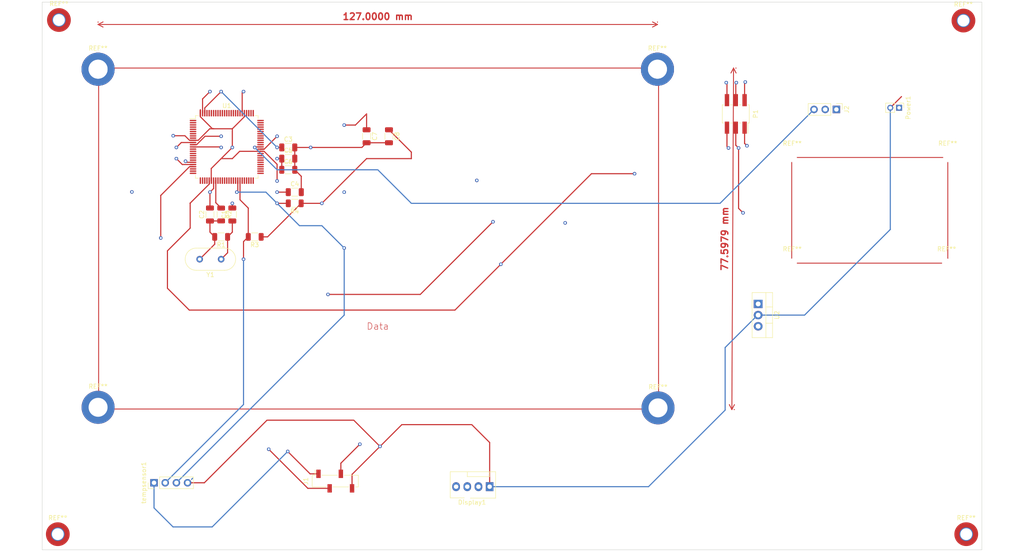
<source format=kicad_pcb>
(kicad_pcb (version 20211014) (generator pcbnew)
  (layers (0 "F.Cu" signal) (1 "In1.Cu" signal) (2 "In2.Cu" signal) (31 "B.Cu" signal) (34 "B.Paste" user) (35 "F.Paste" user) (36 "B.SilkS" user "B.Silkscreen") (37 "F.SilkS" user "F.Silkscreen") (38 "B.Mask" user) (39 "F.Mask" user) (44 "Edge.Cuts" user))
  (net 0 "")
  (net 1 "Net-(C1-Pad1)")
  (net 2 "/-V")
  (net 3 "Net-(C2-Pad1)")
  (net 4 "Net-(C3-Pad1)")
  (net 5 "/VCC")
  (net 6 "/RESET")
  (net 7 "/MISO")
  (net 8 "/SCK")
  (net 9 "/MOSI")
  (net 10 "/SDA")
  (net 11 "/SCL")
  (net 91 "Net-(C4-Pad1)")
  (net 92 "Net-(R2-Pad1)")
  (net 93 "/+V")
  (net 94 "/TX")
  (net 95 "/RX")
  (net 96 "/RX3")
  (footprint "Package_TO_SOT_THT:TO-220-3_Vertical" (layer "F.Cu") (at 223.52 88.9 -90)
    (fp_text reference "U2" (at 2.54 -4.27 90) (layer "F.SilkS"))
    (fp_text value "LM7805_TO220")
    (fp_line (start 7.66 -3.27) (end 7.66 1.371) (layer "F.SilkS") (width 0.12))
    (fp_line (start -2.58 -3.27) (end 7.66 -3.27) (layer "F.SilkS") (width 0.12))
    (fp_line (start 0.69 -3.27) (end 0.69 -1.76) (layer "F.SilkS") (width 0.12))
    (fp_line (start -2.58 -1.76) (end 7.66 -1.76) (layer "F.SilkS") (width 0.12))
    (fp_line (start -2.58 -3.27) (end -2.58 1.371) (layer "F.SilkS") (width 0.12))
    (fp_line (start 4.391 -3.27) (end 4.391 -1.76) (layer "F.SilkS") (width 0.12))
    (fp_line (start -2.58 1.371) (end 7.66 1.371) (layer "F.SilkS") (width 0.12))
    (pad "1" thru_hole rect (at 0 0 270) (size 1.905 2) (drill 1.1) (layers *.Cu *.Mask) (net 93 "/+V"))
    (pad "2" thru_hole oval (at 2.54 0 270) (size 1.905 2) (drill 1.1) (layers *.Cu *.Mask) (net 2 "/-V"))
    (pad "3" thru_hole oval (at 5.08 0 270) (size 1.905 2) (drill 1.1) (layers *.Cu *.Mask) (net 5 "/VCC"))
  )
  (footprint "MountingHole:MountingHole_2.1mm" (layer "F.Cu") (at 231.267 79.629)
    (fp_text reference "REF**" (at 0 -3.2) (layer "F.SilkS"))
    (fp_text value "MountingHole_2.1mm")
    (pad "" np_thru_hole circle (at 0 0) (size 2.1 2.1) (drill 2.1) (layers *.Cu *.Mask))
  )
  (footprint "Connector:FanPinHeader_1x04_P2.54mm_Vertical" (layer "F.Cu") (at 162.56 130.429 180)
    (fp_text reference "Display1" (at 4 -3.55) (layer "F.SilkS"))
    (fp_text value "Nextion_Display")
    (fp_line (start 8.95 -2.55) (end 8.95 3.4) (layer "F.SilkS") (width 0.12))
    (fp_line (start -1.35 3.4) (end -1.35 -2.6) (layer "F.SilkS") (width 0.12))
    (fp_line (start -1.35 -2.6) (end 4.4 -2.6) (layer "F.SilkS") (width 0.12))
    (fp_line (start 0 3.3) (end 0 2.29) (layer "F.SilkS") (width 0.12))
    (fp_line (start 5.08 2.29) (end 5.08 3.3) (layer "F.SilkS") (width 0.12))
    (fp_line (start 0 2.29) (end 5.08 2.29) (layer "F.SilkS") (width 0.12))
    (fp_line (start 5.75 -2.55) (end 8.95 -2.55) (layer "F.SilkS") (width 0.12))
    (fp_line (start 8.95 3.4) (end -1.35 3.4) (layer "F.SilkS") (width 0.12))
    (pad "" np_thru_hole circle (at 5.08 -2.16 270) (size 1.1 1.1) (drill 1.1) (layers *.Cu *.Mask))
    (pad "1" thru_hole rect (at 0 0 270) (size 2.03 1.73) (drill 1.02) (layers *.Cu *.Mask) (net 2 "/-V"))
    (pad "2" thru_hole oval (at 2.54 0 270) (size 2.03 1.73) (drill 1.02) (layers *.Cu *.Mask) (net 94 "/TX"))
    (pad "3" thru_hole oval (at 5.08 0 270) (size 2.03 1.73) (drill 1.02) (layers *.Cu *.Mask) (net 95 "/RX"))
    (pad "4" thru_hole oval (at 7.62 0 270) (size 2.03 1.73) (drill 1.02) (layers *.Cu *.Mask) (net 5 "/VCC"))
  )
  (footprint "Capacitor_SMD:C_1206_3216Metric" (layer "F.Cu") (at 99.06 68.58 90)
    (fp_text reference "C2" (at 0 -1.85 90) (layer "F.SilkS"))
    (fp_text value "22pF")
    (fp_line (start -0.711252 -0.91) (end 0.711252 -0.91) (layer "F.SilkS") (width 0.12))
    (fp_line (start -0.711252 0.91) (end 0.711252 0.91) (layer "F.SilkS") (width 0.12))
    (pad "1" smd roundrect (at -1.475 0 90) (size 1.15 1.8) (layers "F.Cu" "F.Paste" "F.Mask") (roundrect_rratio 0.217391) (net 3 "Net-(C2-Pad1)"))
    (pad "2" smd roundrect (at 1.475 0 90) (size 1.15 1.8) (layers "F.Cu" "F.Paste" "F.Mask") (roundrect_rratio 0.217391) (net 2 "/-V"))
  )
  (footprint "MountingHole:MountingHole_4.3mm_M4_DIN965_Pad" (layer "F.Cu") (at 73.66 112.395)
    (fp_text reference "REF**" (at 0 -4.75) (layer "F.SilkS"))
    (fp_text value "MountingHole_4.3mm_M4_DIN965_Pad")
    (pad "1" thru_hole circle (at 0 0) (size 7.5 7.5) (drill 4.3) (layers *.Mask "F.Cu" "In1.Cu" "In2.Cu" "B.Cu"))
  )
  (footprint "Capacitor_SMD:C_1206_3216Metric" (layer "F.Cu") (at 134.62 50.8 -90)
    (fp_text reference "C7" (at 0 -1.85 90) (layer "F.SilkS"))
    (fp_text value "10uf")
    (fp_line (start -0.711252 -0.91) (end 0.711252 -0.91) (layer "F.SilkS") (width 0.12))
    (fp_line (start -0.711252 0.91) (end 0.711252 0.91) (layer "F.SilkS") (width 0.12))
    (pad "1" smd roundrect (at -1.475 0 270) (size 1.15 1.8) (layers "F.Cu" "F.Paste" "F.Mask") (roundrect_rratio 0.217391) (net 93 "/+V"))
    (pad "2" smd roundrect (at 1.475 0 270) (size 1.15 1.8) (layers "F.Cu" "F.Paste" "F.Mask") (roundrect_rratio 0.217391) (net 2 "/-V"))
  )
  (footprint "Capacitor_SMD:C_1206_3216Metric" (layer "F.Cu") (at 116.84 53.34)
    (fp_text reference "C3" (at 0 -1.85) (layer "F.SilkS"))
    (fp_text value "100nF")
    (fp_line (start -0.711252 -0.91) (end 0.711252 -0.91) (layer "F.SilkS") (width 0.12))
    (fp_line (start -0.711252 0.91) (end 0.711252 0.91) (layer "F.SilkS") (width 0.12))
    (pad "1" smd roundrect (at -1.475 0) (size 1.15 1.8) (layers "F.Cu" "F.Paste" "F.Mask") (roundrect_rratio 0.217391) (net 4 "Net-(C3-Pad1)"))
    (pad "2" smd roundrect (at 1.475 0) (size 1.15 1.8) (layers "F.Cu" "F.Paste" "F.Mask") (roundrect_rratio 0.217391) (net 2 "/-V"))
  )
  (footprint "MountingHole:MountingHole_2.7mm_Pad_TopOnly" (layer "F.Cu") (at 64.77 24.384)
    (fp_text reference "REF**" (at 0 -3.7) (layer "F.SilkS"))
    (fp_text value "MountingHole_2.7mm_Pad_TopOnly")
    (pad "1" thru_hole circle (at 0 0) (size 3.1 3.1) (drill 2.7) (layers *.Cu *.Mask))
    (pad "1" connect circle (at 0 0) (size 5.4 5.4) (layers "F.Cu" "F.Mask"))
  )
  (footprint "Resistor_SMD:R_1206_3216Metric" (layer "F.Cu") (at 101.6 68.58 -90)
    (fp_text reference "R2" (at 0 -1.82 90) (layer "F.SilkS"))
    (fp_text value "R")
    (fp_line (start -0.727064 -0.91) (end 0.727064 -0.91) (layer "F.SilkS") (width 0.12))
    (fp_line (start -0.727064 0.91) (end 0.727064 0.91) (layer "F.SilkS") (width 0.12))
    (pad "1" smd roundrect (at -1.4625 0 270) (size 1.125 1.75) (layers "F.Cu" "F.Paste" "F.Mask") (roundrect_rratio 0.222222) (net 92 "Net-(R2-Pad1)"))
    (pad "2" smd roundrect (at 1.4625 0 270) (size 1.125 1.75) (layers "F.Cu" "F.Paste" "F.Mask") (roundrect_rratio 0.222222) (net 3 "Net-(C2-Pad1)"))
  )
  (footprint "Package_QFP:TQFP-100_14x14mm_P0.5mm" (layer "F.Cu") (at 102.88 53.22)
    (fp_text reference "U1" (at 0 -9.35) (layer "F.SilkS"))
    (fp_text value "ATmega2560-16A")
    (fp_line (start -7.11 -7.11) (end -7.11 -6.41) (layer "F.SilkS") (width 0.12))
    (fp_line (start 6.41 7.11) (end 7.11 7.11) (layer "F.SilkS") (width 0.12))
    (fp_line (start -7.11 -6.41) (end -8.4 -6.41) (layer "F.SilkS") (width 0.12))
    (fp_line (start -7.11 7.11) (end -7.11 6.41) (layer "F.SilkS") (width 0.12))
    (fp_line (start 7.11 7.11) (end 7.11 6.41) (layer "F.SilkS") (width 0.12))
    (fp_line (start -6.41 7.11) (end -7.11 7.11) (layer "F.SilkS") (width 0.12))
    (fp_line (start -6.41 -7.11) (end -7.11 -7.11) (layer "F.SilkS") (width 0.12))
    (fp_line (start 6.41 -7.11) (end 7.11 -7.11) (layer "F.SilkS") (width 0.12))
    (fp_line (start 7.11 -7.11) (end 7.11 -6.41) (layer "F.SilkS") (width 0.12))
    (pad "1" smd roundrect (at -7.6625 -6) (size 1.475 0.3) (layers "F.Cu" "F.Paste" "F.Mask"))
    (pad "2" smd roundrect (at -7.6625 -5.5) (size 1.475 0.3) (layers "F.Cu" "F.Paste" "F.Mask"))
    (pad "3" smd roundrect (at -7.6625 -5) (size 1.475 0.3) (layers "F.Cu" "F.Paste" "F.Mask"))
    (pad "4" smd roundrect (at -7.6625 -4.5) (size 1.475 0.3) (layers "F.Cu" "F.Paste" "F.Mask"))
    (pad "5" smd roundrect (at -7.6625 -4) (size 1.475 0.3) (layers "F.Cu" "F.Paste" "F.Mask"))
    (pad "6" smd roundrect (at -7.6625 -3.5) (size 1.475 0.3) (layers "F.Cu" "F.Paste" "F.Mask"))
    (pad "7" smd roundrect (at -7.6625 -3) (size 1.475 0.3) (layers "F.Cu" "F.Paste" "F.Mask"))
    (pad "8" smd roundrect (at -7.6625 -2.5) (size 1.475 0.3) (layers "F.Cu" "F.Paste" "F.Mask"))
    (pad "9" smd roundrect (at -7.6625 -2) (size 1.475 0.3) (layers "F.Cu" "F.Paste" "F.Mask"))
    (pad "10" smd roundrect (at -7.6625 -1.5) (size 1.475 0.3) (layers "F.Cu" "F.Paste" "F.Mask") (net 5 "/VCC"))
    (pad "11" smd roundrect (at -7.6625 -1) (size 1.475 0.3) (layers "F.Cu" "F.Paste" "F.Mask") (net 2 "/-V"))
    (pad "12" smd roundrect (at -7.6625 -0.5) (size 1.475 0.3) (layers "F.Cu" "F.Paste" "F.Mask") (net 95 "/RX"))
    (pad "13" smd roundrect (at -7.6625 0) (size 1.475 0.3) (layers "F.Cu" "F.Paste" "F.Mask") (net 94 "/TX"))
    (pad "14" smd roundrect (at -7.6625 0.5) (size 1.475 0.3) (layers "F.Cu" "F.Paste" "F.Mask"))
    (pad "15" smd roundrect (at -7.6625 1) (size 1.475 0.3) (layers "F.Cu" "F.Paste" "F.Mask"))
    (pad "16" smd roundrect (at -7.6625 1.5) (size 1.475 0.3) (layers "F.Cu" "F.Paste" "F.Mask"))
    (pad "17" smd roundrect (at -7.6625 2) (size 1.475 0.3) (layers "F.Cu" "F.Paste" "F.Mask"))
    (pad "18" smd roundrect (at -7.6625 2.5) (size 1.475 0.3) (layers "F.Cu" "F.Paste" "F.Mask"))
    (pad "19" smd roundrect (at -7.6625 3) (size 1.475 0.3) (layers "F.Cu" "F.Paste" "F.Mask"))
    (pad "20" smd roundrect (at -7.6625 3.5) (size 1.475 0.3) (layers "F.Cu" "F.Paste" "F.Mask") (net 8 "/SCK"))
    (pad "21" smd roundrect (at -7.6625 4) (size 1.475 0.3) (layers "F.Cu" "F.Paste" "F.Mask") (net 9 "/MOSI"))
    (pad "22" smd roundrect (at -7.6625 4.5) (size 1.475 0.3) (layers "F.Cu" "F.Paste" "F.Mask") (net 7 "/MISO"))
    (pad "23" smd roundrect (at -7.6625 5) (size 1.475 0.3) (layers "F.Cu" "F.Paste" "F.Mask"))
    (pad "24" smd roundrect (at -7.6625 5.5) (size 1.475 0.3) (layers "F.Cu" "F.Paste" "F.Mask"))
    (pad "25" smd roundrect (at -7.6625 6) (size 1.475 0.3) (layers "F.Cu" "F.Paste" "F.Mask"))
    (pad "26" smd roundrect (at -6 7.6625) (size 0.3 1.475) (layers "F.Cu" "F.Paste" "F.Mask"))
    (pad "27" smd roundrect (at -5.5 7.6625) (size 0.3 1.475) (layers "F.Cu" "F.Paste" "F.Mask"))
    (pad "28" smd roundrect (at -5 7.6625) (size 0.3 1.475) (layers "F.Cu" "F.Paste" "F.Mask"))
    (pad "29" smd roundrect (at -4.5 7.6625) (size 0.3 1.475) (layers "F.Cu" "F.Paste" "F.Mask"))
    (pad "30" smd roundrect (at -4 7.6625) (size 0.3 1.475) (layers "F.Cu" "F.Paste" "F.Mask") (net 6 "/RESET"))
    (pad "31" smd roundrect (at -3.5 7.6625) (size 0.3 1.475) (layers "F.Cu" "F.Paste" "F.Mask") (net 5 "/VCC"))
    (pad "32" smd roundrect (at -3 7.6625) (size 0.3 1.475) (layers "F.Cu" "F.Paste" "F.Mask") (net 2 "/-V"))
    (pad "33" smd roundrect (at -2.5 7.6625) (size 0.3 1.475) (layers "F.Cu" "F.Paste" "F.Mask") (net 92 "Net-(R2-Pad1)"))
    (pad "34" smd roundrect (at -2 7.6625) (size 0.3 1.475) (layers "F.Cu" "F.Paste" "F.Mask"))
    (pad "35" smd roundrect (at -1.5 7.6625) (size 0.3 1.475) (layers "F.Cu" "F.Paste" "F.Mask"))
    (pad "36" smd roundrect (at -1 7.6625) (size 0.3 1.475) (layers "F.Cu" "F.Paste" "F.Mask"))
    (pad "37" smd roundrect (at -0.5 7.6625) (size 0.3 1.475) (layers "F.Cu" "F.Paste" "F.Mask"))
    (pad "38" smd roundrect (at 0 7.6625) (size 0.3 1.475) (layers "F.Cu" "F.Paste" "F.Mask"))
    (pad "39" smd roundrect (at 0.5 7.6625) (size 0.3 1.475) (layers "F.Cu" "F.Paste" "F.Mask"))
    (pad "40" smd roundrect (at 1 7.6625) (size 0.3 1.475) (layers "F.Cu" "F.Paste" "F.Mask"))
    (pad "41" smd roundrect (at 1.5 7.6625) (size 0.3 1.475) (layers "F.Cu" "F.Paste" "F.Mask"))
    (pad "42" smd roundrect (at 2 7.6625) (size 0.3 1.475) (layers "F.Cu" "F.Paste" "F.Mask"))
    (pad "43" smd roundrect (at 2.5 7.6625) (size 0.3 1.475) (layers "F.Cu" "F.Paste" "F.Mask") (net 11 "/SCL"))
    (pad "44" smd roundrect (at 3 7.6625) (size 0.3 1.475) (layers "F.Cu" "F.Paste" "F.Mask") (net 10 "/SDA"))
    (pad "45" smd roundrect (at 3.5 7.6625) (size 0.3 1.475) (layers "F.Cu" "F.Paste" "F.Mask"))
    (pad "46" smd roundrect (at 4 7.6625) (size 0.3 1.475) (layers "F.Cu" "F.Paste" "F.Mask"))
    (pad "47" smd roundrect (at 4.5 7.6625) (size 0.3 1.475) (layers "F.Cu" "F.Paste" "F.Mask"))
    (pad "48" smd roundrect (at 5 7.6625) (size 0.3 1.475) (layers "F.Cu" "F.Paste" "F.Mask"))
    (pad "49" smd roundrect (at 5.5 7.6625) (size 0.3 1.475) (layers "F.Cu" "F.Paste" "F.Mask"))
    (pad "50" smd roundrect (at 6 7.6625) (size 0.3 1.475) (layers "F.Cu" "F.Paste" "F.Mask"))
    (pad "51" smd roundrect (at 7.6625 6) (size 1.475 0.3) (layers "F.Cu" "F.Paste" "F.Mask"))
    (pad "52" smd roundrect (at 7.6625 5.5) (size 1.475 0.3) (layers "F.Cu" "F.Paste" "F.Mask"))
    (pad "53" smd roundrect (at 7.6625 5) (size 1.475 0.3) (layers "F.Cu" "F.Paste" "F.Mask"))
    (pad "54" smd roundrect (at 7.6625 4.5) (size 1.475 0.3) (layers "F.Cu" "F.Paste" "F.Mask"))
    (pad "55" smd roundrect (at 7.6625 4) (size 1.475 0.3) (layers "F.Cu" "F.Paste" "F.Mask"))
    (pad "56" smd roundrect (at 7.6625 3.5) (size 1.475 0.3) (layers "F.Cu" "F.Paste" "F.Mask"))
    (pad "57" smd roundrect (at 7.6625 3) (size 1.475 0.3) (layers "F.Cu" "F.Paste" "F.Mask"))
    (pad "58" smd roundrect (at 7.6625 2.5) (size 1.475 0.3) (layers "F.Cu" "F.Paste" "F.Mask"))
    (pad "59" smd roundrect (at 7.6625 2) (size 1.475 0.3) (layers "F.Cu" "F.Paste" "F.Mask"))
    (pad "60" smd roundrect (at 7.6625 1.5) (size 1.475 0.3) (layers "F.Cu" "F.Paste" "F.Mask"))
    (pad "61" smd roundrect (at 7.6625 1) (size 1.475 0.3) (layers "F.Cu" "F.Paste" "F.Mask") (net 5 "/VCC"))
    (pad "62" smd roundrect (at 7.6625 0.5) (size 1.475 0.3) (layers "F.Cu" "F.Paste" "F.Mask") (net 2 "/-V"))
    (pad "63" smd roundrect (at 7.6625 0) (size 1.475 0.3) (layers "F.Cu" "F.Paste" "F.Mask") (net 96 "/RX3"))
    (pad "64" smd roundrect (at 7.6625 -0.5) (size 1.475 0.3) (layers "F.Cu" "F.Paste" "F.Mask"))
    (pad "65" smd roundrect (at 7.6625 -1) (size 1.475 0.3) (layers "F.Cu" "F.Paste" "F.Mask"))
    (pad "66" smd roundrect (at 7.6625 -1.5) (size 1.475 0.3) (layers "F.Cu" "F.Paste" "F.Mask"))
    (pad "67" smd roundrect (at 7.6625 -2) (size 1.475 0.3) (layers "F.Cu" "F.Paste" "F.Mask"))
    (pad "68" smd roundrect (at 7.6625 -2.5) (size 1.475 0.3) (layers "F.Cu" "F.Paste" "F.Mask"))
    (pad "69" smd roundrect (at 7.6625 -3) (size 1.475 0.3) (layers "F.Cu" "F.Paste" "F.Mask"))
    (pad "70" smd roundrect (at 7.6625 -3.5) (size 1.475 0.3) (layers "F.Cu" "F.Paste" "F.Mask"))
    (pad "71" smd roundrect (at 7.6625 -4) (size 1.475 0.3) (layers "F.Cu" "F.Paste" "F.Mask"))
    (pad "72" smd roundrect (at 7.6625 -4.5) (size 1.475 0.3) (layers "F.Cu" "F.Paste" "F.Mask"))
    (pad "73" smd roundrect (at 7.6625 -5) (size 1.475 0.3) (layers "F.Cu" "F.Paste" "F.Mask"))
    (pad "74" smd roundrect (at 7.6625 -5.5) (size 1.475 0.3) (layers "F.Cu" "F.Paste" "F.Mask"))
    (pad "75" smd roundrect (at 7.6625 -6) (size 1.475 0.3) (layers "F.Cu" "F.Paste" "F.Mask"))
    (pad "76" smd roundrect (at 6 -7.6625) (size 0.3 1.475) (layers "F.Cu" "F.Paste" "F.Mask"))
    (pad "77" smd roundrect (at 5.5 -7.6625) (size 0.3 1.475) (layers "F.Cu" "F.Paste" "F.Mask"))
    (pad "78" smd roundrect (at 5 -7.6625) (size 0.3 1.475) (layers "F.Cu" "F.Paste" "F.Mask"))
    (pad "79" smd roundrect (at 4.5 -7.6625) (size 0.3 1.475) (layers "F.Cu" "F.Paste" "F.Mask"))
    (pad "80" smd roundrect (at 4 -7.6625) (size 0.3 1.475) (layers "F.Cu" "F.Paste" "F.Mask") (net 5 "/VCC"))
    (pad "81" smd roundrect (at 3.5 -7.6625) (size 0.3 1.475) (layers "F.Cu" "F.Paste" "F.Mask") (net 2 "/-V"))
    (pad "82" smd roundrect (at 3 -7.6625) (size 0.3 1.475) (layers "F.Cu" "F.Paste" "F.Mask"))
    (pad "83" smd roundrect (at 2.5 -7.6625) (size 0.3 1.475) (layers "F.Cu" "F.Paste" "F.Mask"))
    (pad "84" smd roundrect (at 2 -7.6625) (size 0.3 1.475) (layers "F.Cu" "F.Paste" "F.Mask"))
    (pad "85" smd roundrect (at 1.5 -7.6625) (size 0.3 1.475) (layers "F.Cu" "F.Paste" "F.Mask"))
    (pad "86" smd roundrect (at 1 -7.6625) (size 0.3 1.475) (layers "F.Cu" "F.Paste" "F.Mask"))
    (pad "87" smd roundrect (at 0.5 -7.6625) (size 0.3 1.475) (layers "F.Cu" "F.Paste" "F.Mask"))
    (pad "88" smd roundrect (at 0 -7.6625) (size 0.3 1.475) (layers "F.Cu" "F.Paste" "F.Mask"))
    (pad "89" smd roundrect (at -0.5 -7.6625) (size 0.3 1.475) (layers "F.Cu" "F.Paste" "F.Mask"))
    (pad "90" smd roundrect (at -1 -7.6625) (size 0.3 1.475) (layers "F.Cu" "F.Paste" "F.Mask"))
    (pad "91" smd roundrect (at -1.5 -7.6625) (size 0.3 1.475) (layers "F.Cu" "F.Paste" "F.Mask"))
    (pad "92" smd roundrect (at -2 -7.6625) (size 0.3 1.475) (layers "F.Cu" "F.Paste" "F.Mask"))
    (pad "93" smd roundrect (at -2.5 -7.6625) (size 0.3 1.475) (layers "F.Cu" "F.Paste" "F.Mask"))
    (pad "94" smd roundrect (at -3 -7.6625) (size 0.3 1.475) (layers "F.Cu" "F.Paste" "F.Mask"))
    (pad "95" smd roundrect (at -3.5 -7.6625) (size 0.3 1.475) (layers "F.Cu" "F.Paste" "F.Mask"))
    (pad "96" smd roundrect (at -4 -7.6625) (size 0.3 1.475) (layers "F.Cu" "F.Paste" "F.Mask"))
    (pad "97" smd roundrect (at -4.5 -7.6625) (size 0.3 1.475) (layers "F.Cu" "F.Paste" "F.Mask"))
    (pad "98" smd roundrect (at -5 -7.6625) (size 0.3 1.475) (layers "F.Cu" "F.Paste" "F.Mask") (net 4 "Net-(C3-Pad1)"))
    (pad "99" smd roundrect (at -5.5 -7.6625) (size 0.3 1.475) (layers "F.Cu" "F.Paste" "F.Mask") (net 2 "/-V"))
    (pad "100" smd roundrect (at -6 -7.6625) (size 0.3 1.475) (layers "F.Cu" "F.Paste" "F.Mask") (net 5 "/VCC"))
  )
  (footprint "Capacitor_SMD:C_1206_3216Metric" (layer "F.Cu") (at 139.7 50.8 -90)
    (fp_text reference "C8" (at 0 -1.85 90) (layer "F.SilkS"))
    (fp_text value "1uf")
    (fp_line (start -0.711252 0.91) (end 0.711252 0.91) (layer "F.SilkS") (width 0.12))
    (fp_line (start -0.711252 -0.91) (end 0.711252 -0.91) (layer "F.SilkS") (width 0.12))
    (pad "1" smd roundrect (at -1.475 0 270) (size 1.15 1.8) (layers "F.Cu" "F.Paste" "F.Mask") (roundrect_rratio 0.217391) (net 5 "/VCC"))
    (pad "2" smd roundrect (at 1.475 0 270) (size 1.15 1.8) (layers "F.Cu" "F.Paste" "F.Mask") (roundrect_rratio 0.217391) (net 2 "/-V"))
  )
  (footprint "MountingHole:MountingHole_2.7mm_Pad_TopOnly" (layer "F.Cu") (at 270.764 141.224)
    (fp_text reference "REF**" (at 0 -3.7) (layer "F.SilkS"))
    (fp_text value "MountingHole_2.7mm_Pad_TopOnly")
    (pad "1" connect circle (at 0 0) (size 5.4 5.4) (layers "F.Cu" "F.Mask"))
    (pad "1" thru_hole circle (at 0 0) (size 3.1 3.1) (drill 2.7) (layers *.Cu *.Mask))
  )
  (footprint "Capacitor_SMD:C_1206_3216Metric" (layer "F.Cu") (at 116.84 55.88)
    (fp_text reference "C5" (at 0 -1.85) (layer "F.SilkS"))
    (fp_text value "100n")
    (fp_line (start -0.711252 -0.91) (end 0.711252 -0.91) (layer "F.SilkS") (width 0.12))
    (fp_line (start -0.711252 0.91) (end 0.711252 0.91) (layer "F.SilkS") (width 0.12))
    (pad "1" smd roundrect (at -1.475 0) (size 1.15 1.8) (layers "F.Cu" "F.Paste" "F.Mask") (roundrect_rratio 0.217391) (net 91 "Net-(C4-Pad1)"))
    (pad "2" smd roundrect (at 1.475 0) (size 1.15 1.8) (layers "F.Cu" "F.Paste" "F.Mask") (roundrect_rratio 0.217391) (net 2 "/-V"))
  )
  (footprint "MountingHole:MountingHole_2.1mm" (layer "F.Cu") (at 266.319 79.629)
    (fp_text reference "REF**" (at 0 -3.2) (layer "F.SilkS"))
    (fp_text value "MountingHole_2.1mm")
    (pad "" np_thru_hole circle (at 0 0) (size 2.1 2.1) (drill 2.1) (layers *.Cu *.Mask))
  )
  (footprint "Resistor_SMD:R_1206_3216Metric" (layer "F.Cu") (at 101.6 73.66 180)
    (fp_text reference "R1" (at 0 -1.82) (layer "F.SilkS"))
    (fp_text value "1M")
    (fp_line (start -0.727064 0.91) (end 0.727064 0.91) (layer "F.SilkS") (width 0.12))
    (fp_line (start -0.727064 -0.91) (end 0.727064 -0.91) (layer "F.SilkS") (width 0.12))
    (pad "1" smd roundrect (at -1.4625 0 180) (size 1.125 1.75) (layers "F.Cu" "F.Paste" "F.Mask") (roundrect_rratio 0.222222) (net 1 "Net-(C1-Pad1)"))
    (pad "2" smd roundrect (at 1.4625 0 180) (size 1.125 1.75) (layers "F.Cu" "F.Paste" "F.Mask") (roundrect_rratio 0.222222) (net 3 "Net-(C2-Pad1)"))
  )
  (footprint "Connector_PinSocket_2.54mm:PinSocket_1x04_P2.54mm_Vertical_SMD_Pin1Right" (layer "F.Cu") (at 127.508 129.159 90)
    (fp_text reference "J1" (at 0 -6.68 90) (layer "F.SilkS"))
    (fp_text value "HEART_BEAT SENSOR")
    (fp_line (start 1.33 2.03) (end 1.33 5.24) (layer "F.SilkS") (width 0.12))
    (fp_line (start -1.33 4.57) (end -1.33 5.24) (layer "F.SilkS") (width 0.12))
    (fp_line (start -1.33 5.24) (end 1.33 5.24) (layer "F.SilkS") (width 0.12))
    (fp_line (start 1.33 -4.57) (end 2.54 -4.57) (layer "F.SilkS") (width 0.12))
    (fp_line (start 1.33 -3.05) (end 1.33 0.51) (layer "F.SilkS") (width 0.12))
    (fp_line (start -1.33 -0.51) (end -1.33 3.05) (layer "F.SilkS") (width 0.12))
    (fp_line (start -1.33 -5.24) (end 1.33 -5.24) (layer "F.SilkS") (width 0.12))
    (fp_line (start 1.33 -5.24) (end 1.33 -4.57) (layer "F.SilkS") (width 0.12))
    (fp_line (start -1.33 -5.24) (end -1.33 -2.03) (layer "F.SilkS") (width 0.12))
    (pad "1" smd rect (at 1.65 -3.81 90) (size 1.9 1) (layers "F.Cu" "F.Paste" "F.Mask") (net 5 "/VCC"))
    (pad "2" smd rect (at -1.65 -1.27 90) (size 1.9 1) (layers "F.Cu" "F.Paste" "F.Mask") (net 10 "/SDA"))
    (pad "3" smd rect (at 1.65 1.27 90) (size 1.9 1) (layers "F.Cu" "F.Paste" "F.Mask") (net 11 "/SCL"))
    (pad "4" smd rect (at -1.65 3.81 90) (size 1.9 1) (layers "F.Cu" "F.Paste" "F.Mask") (net 2 "/-V"))
  )
  (footprint "Crystal:Crystal_HC49-4H_Vertical" (layer "F.Cu") (at 101.6 78.74 180)
    (fp_text reference "Y1" (at 2.44 -3.525) (layer "F.SilkS"))
    (fp_text value "16MHz")
    (fp_line (start -0.76 2.525) (end 5.64 2.525) (layer "F.SilkS") (width 0.12))
    (fp_line (start -0.76 -2.525) (end 5.64 -2.525) (layer "F.SilkS") (width 0.12))
    (fp_arc (start -0.76 2.525) (mid -3.285 0) (end -0.76 -2.525) (layer "F.SilkS") (width 0.12))
    (fp_arc (start 5.64 -2.525) (mid 8.165 0) (end 5.64 2.525) (layer "F.SilkS") (width 0.12))
    (pad "1" thru_hole circle (at 0 0 180) (size 1.5 1.5) (drill 0.8) (layers *.Cu *.Mask) (net 1 "Net-(C1-Pad1)"))
    (pad "2" thru_hole circle (at 4.88 0 180) (size 1.5 1.5) (drill 0.8) (layers *.Cu *.Mask) (net 3 "Net-(C2-Pad1)"))
  )
  (footprint "MountingHole:MountingHole_4.3mm_M4_DIN965_Pad" (layer "F.Cu") (at 73.66 35.56)
    (fp_text reference "REF**" (at 0 -4.75) (layer "F.SilkS"))
    (fp_text value "MountingHole_4.3mm_M4_DIN965_Pad")
    (pad "1" thru_hole circle (at 0 0) (size 7.5 7.5) (drill 4.3) (layers *.Mask "F.Cu" "In1.Cu" "In2.Cu" "B.Cu"))
  )
  (footprint "MountingHole:MountingHole_4.3mm_M4_DIN965_Pad" (layer "F.Cu") (at 200.66 35.56)
    (fp_text reference "REF**" (at 0 -4.75) (layer "F.SilkS"))
    (fp_text value "MountingHole_4.3mm_M4_DIN965_Pad")
    (pad "1" thru_hole circle (at 0 0) (size 7.5 7.5) (drill 4.3) (layers *.Mask "F.Cu" "In1.Cu" "In2.Cu" "B.Cu"))
  )
  (footprint "MountingHole:MountingHole_2.7mm_Pad_TopOnly" (layer "F.Cu") (at 270.129 24.511)
    (fp_text reference "REF**" (at 0 -3.7) (layer "F.SilkS"))
    (fp_text value "MountingHole_2.7mm_Pad_TopOnly")
    (pad "1" connect circle (at 0 0) (size 5.4 5.4) (layers "F.Cu" "F.Mask"))
    (pad "1" thru_hole circle (at 0 0) (size 3.1 3.1) (drill 2.7) (layers *.Cu *.Mask))
  )
  (footprint "Resistor_SMD:R_1206_3216Metric" (layer "F.Cu") (at 118.3025 66.04 180)
    (fp_text reference "R4" (at 0 -1.82) (layer "F.SilkS"))
    (fp_text value "10k")
    (fp_line (start -0.727064 -0.91) (end 0.727064 -0.91) (layer "F.SilkS") (width 0.12))
    (fp_line (start -0.727064 0.91) (end 0.727064 0.91) (layer "F.SilkS") (width 0.12))
    (pad "1" smd roundrect (at -1.4625 0 180) (size 1.125 1.75) (layers "F.Cu" "F.Paste" "F.Mask") (roundrect_rratio 0.222222) (net 5 "/VCC"))
    (pad "2" smd roundrect (at 1.4625 0 180) (size 1.125 1.75) (layers "F.Cu" "F.Paste" "F.Mask") (roundrect_rratio 0.222222) (net 11 "/SCL"))
  )
  (footprint "MountingHole:MountingHole_4.3mm_M4_DIN965_Pad" (layer "F.Cu") (at 200.787 112.522)
    (fp_text reference "REF**" (at 0 -4.75) (layer "F.SilkS"))
    (fp_text value "MountingHole_4.3mm_M4_DIN965_Pad")
    (pad "1" thru_hole circle (at 0 0) (size 7.5 7.5) (drill 4.3) (layers *.Cu *.Mask))
  )
  (footprint "Connector_PinHeader_2.54mm:PinHeader_1x03_P2.54mm_Vertical" (layer "F.Cu") (at 241.285 44.704 -90)
    (fp_text reference "J2" (at 0 -2.33 90) (layer "F.SilkS"))
    (fp_text value "Conn_01x03_Female")
    (fp_line (start 1.33 1.27) (end 1.33 6.41) (layer "F.SilkS") (width 0.12))
    (fp_line (start -1.33 1.27) (end -1.33 6.41) (layer "F.SilkS") (width 0.12))
    (fp_line (start -1.33 -1.33) (end 0 -1.33) (layer "F.SilkS") (width 0.12))
    (fp_line (start -1.33 1.27) (end 1.33 1.27) (layer "F.SilkS") (width 0.12))
    (fp_line (start -1.33 6.41) (end 1.33 6.41) (layer "F.SilkS") (width 0.12))
    (fp_line (start -1.33 0) (end -1.33 -1.33) (layer "F.SilkS") (width 0.12))
    (pad "1" thru_hole rect (at 0 0 270) (size 1.7 1.7) (drill 1) (layers *.Cu *.Mask) (net 2 "/-V"))
    (pad "2" thru_hole oval (at 0 2.54 270) (size 1.7 1.7) (drill 1) (layers *.Cu *.Mask) (net 5 "/VCC"))
    (pad "3" thru_hole oval (at 0 5.08 270) (size 1.7 1.7) (drill 1) (layers *.Cu *.Mask) (net 96 "/RX3"))
  )
  (footprint "Connector_PinHeader_2.00mm:PinHeader_1x02_P2.00mm_Vertical" (layer "F.Cu") (at 255.524 44.323 -90)
    (fp_text reference "Power1" (at 0 -2.06 90) (layer "F.SilkS"))
    (fp_text value "POWER")
    (fp_line (start -1.06 0) (end -1.06 -1.06) (layer "F.SilkS") (width 0.12))
    (fp_line (start -1.06 1) (end -1.06 3.06) (layer "F.SilkS") (width 0.12))
    (fp_line (start -1.06 3.06) (end 1.06 3.06) (layer "F.SilkS") (width 0.12))
    (fp_line (start -1.06 1) (end 1.06 1) (layer "F.SilkS") (width 0.12))
    (fp_line (start 1.06 1) (end 1.06 3.06) (layer "F.SilkS") (width 0.12))
    (fp_line (start -1.06 -1.06) (end 0 -1.06) (layer "F.SilkS") (width 0.12))
    (pad "1" thru_hole rect (at 0 0 270) (size 1.35 1.35) (drill 0.8) (layers *.Cu *.Mask) (net 93 "/+V"))
    (pad "2" thru_hole oval (at 0 2 270) (size 1.35 1.35) (drill 0.8) (layers *.Cu *.Mask) (net 2 "/-V"))
  )
  (footprint "Resistor_SMD:R_1206_3216Metric" (layer "F.Cu") (at 109.22 73.66 180)
    (fp_text reference "R3" (at 0 -1.82) (layer "F.SilkS"))
    (fp_text value "10k")
    (fp_line (start -0.727064 0.91) (end 0.727064 0.91) (layer "F.SilkS") (width 0.12))
    (fp_line (start -0.727064 -0.91) (end 0.727064 -0.91) (layer "F.SilkS") (width 0.12))
    (pad "1" smd roundrect (at -1.4625 0 180) (size 1.125 1.75) (layers "F.Cu" "F.Paste" "F.Mask") (roundrect_rratio 0.222222) (net 5 "/VCC"))
    (pad "2" smd roundrect (at 1.4625 0 180) (size 1.125 1.75) (layers "F.Cu" "F.Paste" "F.Mask") (roundrect_rratio 0.222222) (net 10 "/SDA"))
  )
  (footprint "MountingHole:MountingHole_2.1mm" (layer "F.Cu") (at 266.573 55.626)
    (fp_text reference "REF**" (at 0 -3.2) (layer "F.SilkS"))
    (fp_text value "MountingHole_2.1mm")
    (pad "" np_thru_hole circle (at 0 0) (size 2.1 2.1) (drill 2.1) (layers *.Cu *.Mask))
  )
  (footprint "" (layer "F.Cu") (at 200.66 35.56)
    (fp_text reference "" (at 0 0) (layer "F.SilkS") (effects (font (size 1.27 1.27))))
    (fp_text value "" (at 0 0) (layer "F.SilkS") (effects (font (size 1.27 1.27))))
    (pad "1" thru_hole circle (at 0 0) (size 7.5 7.5) (drill 4.3) (layers *.Mask "F.Cu" "In1.Cu" "In2.Cu" "B.Cu"))
  )
  (footprint "Connector_PinSocket_2.00mm:PinSocket_2x03_P2.00mm_Vertical_SMD" (layer "F.Cu") (at 218.44 45.72 -90)
    (fp_text reference "P1" (at 0 -4.5 90) (layer "F.SilkS"))
    (fp_text value "SPI")
    (fp_line (start -2.06 0.76) (end -2.06 1.24) (layer "F.SilkS") (width 0.12))
    (fp_line (start -2.06 -3.06) (end -2.06 -2.76) (layer "F.SilkS") (width 0.12))
    (fp_line (start 2.06 2.76) (end 2.06 3.06) (layer "F.SilkS") (width 0.12))
    (fp_line (start -2.06 3.06) (end 2.06 3.06) (layer "F.SilkS") (width 0.12))
    (fp_line (start 2.06 -3.06) (end 2.06 -2.76) (layer "F.SilkS") (width 0.12))
    (fp_line (start 2.06 -2.76) (end 4.44 -2.76) (layer "F.SilkS") (width 0.12))
    (fp_line (start -2.06 -3.06) (end 2.06 -3.06) (layer "F.SilkS") (width 0.12))
    (fp_line (start -2.06 2.76) (end -2.06 3.06) (layer "F.SilkS") (width 0.12))
    (fp_line (start 2.06 0.76) (end 2.06 1.24) (layer "F.SilkS") (width 0.12))
    (fp_line (start 2.06 -1.24) (end 2.06 -0.76) (layer "F.SilkS") (width 0.12))
    (fp_line (start -2.06 -1.24) (end -2.06 -0.76) (layer "F.SilkS") (width 0.12))
    (pad "1" smd rect (at 3.125 -2 270) (size 2.75 1) (layers "F.Cu" "F.Paste" "F.Mask") (net 7 "/MISO"))
    (pad "2" smd rect (at -3.125 -2 270) (size 2.75 1) (layers "F.Cu" "F.Paste" "F.Mask") (net 5 "/VCC"))
    (pad "3" smd rect (at 3.125 0 270) (size 2.75 1) (layers "F.Cu" "F.Paste" "F.Mask") (net 8 "/SCK"))
    (pad "4" smd rect (at -3.125 0 270) (size 2.75 1) (layers "F.Cu" "F.Paste" "F.Mask") (net 9 "/MOSI"))
    (pad "5" smd rect (at 3.125 2 270) (size 2.75 1) (layers "F.Cu" "F.Paste" "F.Mask") (net 6 "/RESET"))
    (pad "6" smd rect (at -3.125 2 270) (size 2.75 1) (layers "F.Cu" "F.Paste" "F.Mask") (net 2 "/-V"))
  )
  (footprint "Connector_PinHeader_2.54mm:PinHeader_1x04_P2.54mm_Vertical" (layer "F.Cu") (at 86.36 129.54 90)
    (fp_text reference "tempsensor1" (at 0 -2.33 90) (layer "F.SilkS"))
    (fp_text value "temp.Sensor")
    (fp_line (start 1.33 1.27) (end 1.33 8.95) (layer "F.SilkS") (width 0.12))
    (fp_line (start -1.33 8.95) (end 1.33 8.95) (layer "F.SilkS") (width 0.12))
    (fp_line (start -1.33 -1.33) (end 0 -1.33) (layer "F.SilkS") (width 0.12))
    (fp_line (start -1.33 0) (end -1.33 -1.33) (layer "F.SilkS") (width 0.12))
    (fp_line (start -1.33 1.27) (end 1.33 1.27) (layer "F.SilkS") (width 0.12))
    (fp_line (start -1.33 1.27) (end -1.33 8.95) (layer "F.SilkS") (width 0.12))
    (pad "1" thru_hole rect (at 0 0 90) (size 1.7 1.7) (drill 1) (layers *.Cu *.Mask) (net 5 "/VCC"))
    (pad "2" thru_hole oval (at 0 2.54 90) (size 1.7 1.7) (drill 1) (layers *.Cu *.Mask) (net 10 "/SDA"))
    (pad "3" thru_hole oval (at 0 5.08 90) (size 1.7 1.7) (drill 1) (layers *.Cu *.Mask) (net 11 "/SCL"))
    (pad "4" thru_hole oval (at 0 7.62 90) (size 1.7 1.7) (drill 1) (layers *.Cu *.Mask) (net 2 "/-V"))
  )
  (footprint "Capacitor_SMD:C_1206_3216Metric" (layer "F.Cu") (at 118.315 63.5)
    (fp_text reference "C4" (at 0 -1.85) (layer "F.SilkS"))
    (fp_text value "100n")
    (fp_line (start -0.711252 0.91) (end 0.711252 0.91) (layer "F.SilkS") (width 0.12))
    (fp_line (start -0.711252 -0.91) (end 0.711252 -0.91) (layer "F.SilkS") (width 0.12))
    (pad "1" smd roundrect (at -1.475 0) (size 1.15 1.8) (layers "F.Cu" "F.Paste" "F.Mask") (roundrect_rratio 0.217391) (net 91 "Net-(C4-Pad1)"))
    (pad "2" smd roundrect (at 1.475 0) (size 1.15 1.8) (layers "F.Cu" "F.Paste" "F.Mask") (roundrect_rratio 0.217391) (net 2 "/-V"))
  )
  (footprint "" (layer "F.Cu") (at 73.66 35.56)
    (fp_text reference "" (at 0 0) (layer "F.SilkS") (effects (font (size 1.27 1.27))))
    (fp_text value "" (at 0 0) (layer "F.SilkS") (effects (font (size 1.27 1.27))))
    (pad "1" thru_hole circle (at 0 0) (size 7.5 7.5) (drill 4.3) (layers *.Mask "F.Cu" "In1.Cu" "In2.Cu" "B.Cu"))
  )
  (footprint "MountingHole:MountingHole_2.1mm" (layer "F.Cu") (at 231.267 55.626)
    (fp_text reference "REF**" (at 0 -3.2) (layer "F.SilkS"))
    (fp_text value "MountingHole_2.1mm")
    (pad "" np_thru_hole circle (at 0 0) (size 2.1 2.1) (drill 2.1) (layers *.Cu *.Mask))
  )
  (footprint "MountingHole:MountingHole_2.7mm_Pad_TopOnly" (layer "F.Cu") (at 64.516 141.224)
    (fp_text reference "REF**" (at 0 -3.7) (layer "F.SilkS"))
    (fp_text value "MountingHole_2.7mm_Pad_TopOnly")
    (pad "1" connect circle (at 0 0) (size 5.4 5.4) (layers "F.Cu" "F.Mask"))
    (pad "1" thru_hole circle (at 0 0) (size 3.1 3.1) (drill 2.7) (layers *.Cu *.Mask))
  )
  (footprint "Capacitor_SMD:C_1206_3216Metric" (layer "F.Cu") (at 116.84 58.42)
    (fp_text reference "C6" (at 0 -1.85) (layer "F.SilkS"))
    (fp_text value "100n")
    (fp_line (start -0.711252 -0.91) (end 0.711252 -0.91) (layer "F.SilkS") (width 0.12))
    (fp_line (start -0.711252 0.91) (end 0.711252 0.91) (layer "F.SilkS") (width 0.12))
    (pad "1" smd roundrect (at -1.475 0) (size 1.15 1.8) (layers "F.Cu" "F.Paste" "F.Mask") (roundrect_rratio 0.217391) (net 91 "Net-(C4-Pad1)"))
    (pad "2" smd roundrect (at 1.475 0) (size 1.15 1.8) (layers "F.Cu" "F.Paste" "F.Mask") (roundrect_rratio 0.217391) (net 2 "/-V"))
  )
  (footprint "Capacitor_SMD:C_1206_3216Metric" (layer "F.Cu") (at 104.14 68.58 90)
    (fp_text reference "C1" (at 0 -1.85 90) (layer "F.SilkS"))
    (fp_text value "22pF")
    (fp_line (start -0.711252 0.91) (end 0.711252 0.91) (layer "F.SilkS") (width 0.12))
    (fp_line (start -0.711252 -0.91) (end 0.711252 -0.91) (layer "F.SilkS") (width 0.12))
    (pad "1" smd roundrect (at -1.475 0 90) (size 1.15 1.8) (layers "F.Cu" "F.Paste" "F.Mask") (roundrect_rratio 0.217391) (net 1 "Net-(C1-Pad1)"))
    (pad "2" smd roundrect (at 1.475 0 90) (size 1.15 1.8) (layers "F.Cu" "F.Paste" "F.Mask") (roundrect_rratio 0.217391) (net 2 "/-V"))
  )
  (gr_rect (start 73.787 35.306) (end 200.914 112.776) (layer "F.Cu") (width 0.2) (fill none))
  (gr_rect (start 231.14 55.626) (end 266.573 79.629) (layer "F.Cu") (width 0.2) (fill none))
  (gr_rect (start 60.96 20.32) (end 274.32 144.78) (layer "Edge.Cuts") (width 0.1) (fill none))
  (gr_text "Data" (at 137.16 93.98) (layer "F.Cu") (effects (font (size 1.5 1.5) (thickness 0.1))))
  (dimension (type aligned) (layer "F.Cu") (pts (xy 73.66 25.4) (xy 200.66 25.4)) (height 0) (gr_text "127.0000 mm" (at 137.16 23.6) (layer "F.Cu") (effects (font (size 1.5 1.5) (thickness 0.3)))) (format (units 3) (units_format 1) (precision 4)) (style (thickness 0.2) (arrow_length 1.27) (text_position_mode 0) (extension_height 0.58642) (extension_offset 0.5) keep_text_aligned))
  (dimension (type aligned) (layer "F.Cu") (pts (xy 217.932 35.306) (xy 217.551 112.903)) (height 0) (gr_text "77.5979 mm" (at 215.941522 74.095662 89.71868092) (layer "F.Cu") (effects (font (size 1.5 1.5) (thickness 0.3)))) (format (units 3) (units_format 1) (precision 4)) (style (thickness 0.2) (arrow_length 1.27) (text_position_mode 0) (extension_height 0.58642) (extension_offset 0.5) keep_text_aligned))
  (segment (start 95.123 128.524) (end 94.873997 128.773003) (width 0.25) (layer "B.Cu") (net 0))
  (segment (start 101.6 78.74) (end 103.0625 77.2775) (width 0.25) (layer "F.Cu") (net 1))
  (segment (start 104.14 70.055) (end 104.14 72.5825) (width 0.25) (layer "F.Cu") (net 1))
  (segment (start 104.14 72.5825) (end 103.0625 73.66) (width 0.25) (layer "F.Cu") (net 1))
  (segment (start 103.0625 77.2775) (end 103.0625 73.66) (width 0.25) (layer "F.Cu") (net 1))
  (segment (start 97.79 129.54) (end 112.014 115.316) (width 0.25) (layer "F.Cu") (net 2))
  (segment (start 99.88 62.68) (end 99.06 63.5) (width 0.25) (layer "F.Cu") (net 2))
  (segment (start 92.56 52.22) (end 91.44 53.34) (width 0.25) (layer "F.Cu") (net 2))
  (segment (start 111.38 53.72) (end 114.3 50.8) (width 0.25) (layer "F.Cu") (net 2))
  (segment (start 131.318 130.809) (end 131.318 127.635) (width 0.25) (layer "F.Cu") (net 2))
  (segment (start 137.668 121.285) (end 142.621 116.332) (width 0.25) (layer "F.Cu") (net 2))
  (segment (start 93.98 129.54) (end 97.79 129.54) (width 0.25) (layer "F.Cu") (net 2))
  (segment (start 118.315 53.34) (end 118.315 55.88) (width 0.25) (layer "F.Cu") (net 2))
  (segment (start 111.405 53.695) (end 110.5675 53.695) (width 0.25) (layer "F.Cu") (net 2))
  (segment (start 106.38 40.94) (end 106.68 40.64) (width 0.25) (layer "F.Cu") (net 2))
  (segment (start 139.7 52.275) (end 134.62 52.275) (width 0.25) (layer "F.Cu") (net 2))
  (segment (start 131.699 115.316) (end 137.668 121.285) (width 0.25) (layer "F.Cu") (net 2))
  (segment (start 99.06 67.105) (end 99.06 63.5) (width 0.25) (layer "F.Cu") (net 2))
  (segment (start 110.5425 53.72) (end 111.38 53.72) (width 0.25) (layer "F.Cu") (net 2))
  (segment (start 110.5675 53.695) (end 110.5425 53.72) (width 0.25) (layer "F.Cu") (net 2))
  (segment (start 118.315 58.42) (end 119.79 59.895) (width 0.25) (layer "F.Cu") (net 2))
  (segment (start 119.79 59.895) (end 119.79 63.5) (width 0.25) (layer "F.Cu") (net 2))
  (segment (start 106.38 45.5575) (end 106.38 40.94) (width 0.25) (layer "F.Cu") (net 2))
  (segment (start 97.38 45.5575) (end 97.38 42.32) (width 0.25) (layer "F.Cu") (net 2))
  (segment (start 95.2175 52.22) (end 92.56 52.22) (width 0.25) (layer "F.Cu") (net 2))
  (segment (start 97.38 42.32) (end 99.06 40.64) (width 0.25) (layer "F.Cu") (net 2))
  (segment (start 158.496 116.332) (end 162.56 120.396) (width 0.25) (layer "F.Cu") (net 2))
  (segment (start 99.88 60.8825) (end 99.88 62.68) (width 0.25) (layer "F.Cu") (net 2))
  (segment (start 118.315 55.88) (end 118.315 58.42) (width 0.25) (layer "F.Cu") (net 2))
  (segment (start 216.44 38.767) (end 216.281 38.608) (width 0.25) (layer "F.Cu") (net 2))
  (segment (start 142.621 116.332) (end 158.496 116.332) (width 0.25) (layer "F.Cu") (net 2))
  (segment (start 256.064 41.783) (end 253.524 44.323) (width 0.25) (layer "F.Cu") (net 2))
  (segment (start 133.555 53.34) (end 134.62 52.275) (width 0.25) (layer "F.Cu") (net 2))
  (segment (start 162.56 120.396) (end 162.56 130.429) (width 0.25) (layer "F.Cu") (net 2))
  (segment (start 112.014 115.316) (end 131.699 115.316) (width 0.25) (layer "F.Cu") (net 2))
  (segment (start 104.14 67.105) (end 104.14 66.04) (width 0.25) (layer "F.Cu") (net 2))
  (segment (start 118.315 53.34) (end 121.92 53.34) (width 0.25) (layer "F.Cu") (net 2))
  (segment (start 216.44 42.595) (end 216.44 38.767) (width 0.25) (layer "F.Cu") (net 2))
  (segment (start 121.92 53.34) (end 133.555 53.34) (width 0.25) (layer "F.Cu") (net 2))
  (segment (start 131.318 127.635) (end 137.668 121.285) (width 0.25) (layer "F.Cu") (net 2))
  (via (at 121.92 53.34) (size 0.8) (drill 0.4) (layers "F.Cu" "B.Cu") (net 2))
  (via (at 99.06 40.64) (size 0.8) (drill 0.4) (layers "F.Cu" "B.Cu") (net 2))
  (via (at 114.3 50.8) (size 0.8) (drill 0.4) (layers "F.Cu" "B.Cu") (net 2))
  (via (at 99.06 63.5) (size 0.8) (drill 0.4) (layers "F.Cu" "B.Cu") (net 2))
  (via (at 91.44 53.34) (size 0.8) (drill 0.4) (layers "F.Cu" "B.Cu") (net 2))
  (via (at 104.14 66.04) (size 0.8) (drill 0.4) (layers "F.Cu" "B.Cu") (net 2))
  (via (at 216.281 38.608) (size 0.8) (drill 0.4) (layers "F.Cu" "B.Cu") (net 2))
  (via (at 106.68 40.64) (size 0.8) (drill 0.4) (layers "F.Cu" "B.Cu") (net 2))
  (via (at 137.668 121.285) (size 0.8) (drill 0.4) (layers "F.Cu" "B.Cu") (net 2))
  (segment (start 198.628 130.429) (end 216.027 113.03) (width 0.25) (layer "B.Cu") (net 2))
  (segment (start 216.027 113.03) (end 216.027 98.806) (width 0.25) (layer "B.Cu") (net 2))
  (segment (start 234.061 91.44) (end 253.524 71.977) (width 0.25) (layer "B.Cu") (net 2))
  (segment (start 162.56 130.429) (end 198.628 130.429) (width 0.25) (layer "B.Cu") (net 2))
  (segment (start 223.393 91.44) (end 223.52 91.44) (width 0.25) (layer "B.Cu") (net 2))
  (segment (start 253.524 71.977) (end 253.524 44.323) (width 0.25) (layer "B.Cu") (net 2))
  (segment (start 216.027 98.806) (end 223.393 91.44) (width 0.25) (layer "B.Cu") (net 2))
  (segment (start 223.52 91.44) (end 234.061 91.44) (width 0.25) (layer "B.Cu") (net 2))
  (segment (start 100.1375 75.3225) (end 100.1375 73.66) (width 0.25) (layer "F.Cu") (net 3))
  (segment (start 99.06 70.055) (end 99.0725 70.0425) (width 0.25) (layer "F.Cu") (net 3))
  (segment (start 99.0725 70.0425) (end 101.6 70.0425) (width 0.25) (layer "F.Cu") (net 3))
  (segment (start 99.06 70.055) (end 99.06 72.5825) (width 0.25) (layer "F.Cu") (net 3))
  (segment (start 99.06 72.5825) (end 100.1375 73.66) (width 0.25) (layer "F.Cu") (net 3))
  (segment (start 96.72 78.74) (end 100.1375 75.3225) (width 0.25) (layer "F.Cu") (net 3))
  (segment (start 97.88 44.36) (end 101.6 40.64) (width 0.25) (layer "F.Cu") (net 4))
  (segment (start 115.365 53.34) (end 114.3 53.34) (width 0.25) (layer "F.Cu") (net 4))
  (segment (start 97.88 45.5575) (end 97.88 44.36) (width 0.25) (layer "F.Cu") (net 4))
  (via (at 101.6 40.64) (size 0.8) (drill 0.4) (layers "F.Cu" "B.Cu") (net 4))
  (via (at 114.3 53.34) (size 0.8) (drill 0.4) (layers "F.Cu" "B.Cu") (net 4))
  (segment (start 114.3 53.34) (end 101.6 40.64) (width 0.25) (layer "B.Cu") (net 4))
  (segment (start 114.3 57.174315) (end 114.3 60.96) (width 0.25) (layer "F.Cu") (net 5))
  (segment (start 99.355 58.125) (end 99.355 60.96) (width 0.25) (layer "F.Cu") (net 5))
  (segment (start 111.345685 54.22) (end 114.3 57.174315) (width 0.25) (layer "F.Cu") (net 5))
  (segment (start 121.794 127.509) (end 116.713 122.428) (width 0.25) (layer "F.Cu") (net 5))
  (segment (start 110.5425 54.22) (end 111.345685 54.22) (width 0.25) (layer "F.Cu") (net 5))
  (segment (start 106.88 46.360685) (end 106.88 45.5575) (width 0.25) (layer "F.Cu") (net 5))
  (segment (start 119.765 66.04) (end 112.145 73.66) (width 0.25) (layer "F.Cu") (net 5))
  (segment (start 96.384995 51.72) (end 99.00431 49.100685) (width 0.25) (layer "F.Cu") (net 5))
  (segment (start 99.900685 49.100685) (end 104.14 49.100685) (width 0.25) (layer "F.Cu") (net 5))
  (segment (start 134.62 55.88) (end 144.78 55.88) (width 0.25) (layer "F.Cu") (net 5))
  (segment (start 112.145 73.66) (end 110.6825 73.66) (width 0.25) (layer "F.Cu") (net 5))
  (segment (start 99.62 49.100685) (end 99.900685 49.100685) (width 0.25) (layer "F.Cu") (net 5))
  (segment (start 104.14 53.34) (end 104.14 49.100685) (width 0.25) (layer "F.Cu") (net 5))
  (segment (start 220.44 38.64) (end 220.599 38.481) (width 0.25) (layer "F.Cu") (net 5))
  (segment (start 105.8 54.22) (end 104.14 55.88) (width 0.25) (layer "F.Cu") (net 5))
  (segment (start 104.14 49.100685) (end 106.88 46.360685) (width 0.25) (layer "F.Cu") (net 5))
  (segment (start 95.2175 51.72) (end 96.384995 51.72) (width 0.25) (layer "F.Cu") (net 5))
  (segment (start 95.2175 51.72) (end 94.414315 51.72) (width 0.25) (layer "F.Cu") (net 5))
  (segment (start 123.698 127.509) (end 121.794 127.509) (width 0.25) (layer "F.Cu") (net 5))
  (segment (start 94.414315 51.72) (end 93.376114 50.681799) (width 0.25) (layer "F.Cu") (net 5))
  (segment (start 99.00431 49.100685) (end 99.900685 49.100685) (width 0.25) (layer "F.Cu") (net 5))
  (segment (start 104.14 53.34) (end 99.355 58.125) (width 0.25) (layer "F.Cu") (net 5))
  (segment (start 96.88 45.5575) (end 96.88 46.360685) (width 0.25) (layer "F.Cu") (net 5))
  (segment (start 144.78 55.88) (end 144.78 54.405) (width 0.25) (layer "F.Cu") (net 5))
  (segment (start 93.376114 50.681799) (end 90.7155 50.681799) (width 0.25) (layer "F.Cu") (net 5))
  (segment (start 104.14 55.88) (end 101.6 55.88) (width 0.25) (layer "F.Cu") (net 5))
  (segment (start 220.44 42.595) (end 220.44 38.64) (width 0.25) (layer "F.Cu") (net 5))
  (segment (start 144.78 54.405) (end 139.7 49.325) (width 0.25) (layer "F.Cu") (net 5))
  (segment (start 110.5425 54.22) (end 105.8 54.22) (width 0.25) (layer "F.Cu") (net 5))
  (segment (start 124.46 66.04) (end 134.62 55.88) (width 0.25) (layer "F.Cu") (net 5))
  (segment (start 96.88 45.5575) (end 96.88 44.754315) (width 0.25) (layer "F.Cu") (net 5))
  (segment (start 96.88 46.360685) (end 99.62 49.100685) (width 0.25) (layer "F.Cu") (net 5))
  (segment (start 119.765 66.04) (end 124.46 66.04) (width 0.25) (layer "F.Cu") (net 5))
  (segment (start 110.5425 54.22) (end 110.5175 54.195) (width 0.25) (layer "F.Cu") (net 5))
  (via (at 116.713 122.428) (size 0.8) (drill 0.4) (layers "F.Cu" "B.Cu") (net 5))
  (via (at 220.599 38.481) (size 0.8) (drill 0.4) (layers "F.Cu" "B.Cu") (net 5))
  (via (at 104.14 53.34) (size 0.8) (drill 0.4) (layers "F.Cu" "B.Cu") (net 5))
  (via (at 124.46 66.04) (size 0.8) (drill 0.4) (layers "F.Cu" "B.Cu") (net 5))
  (via (at 90.7155 50.681799) (size 0.8) (drill 0.4) (layers "F.Cu" "B.Cu") (net 5))
  (via (at 114.3 60.96) (size 0.8) (drill 0.4) (layers "F.Cu" "B.Cu") (net 5))
  (segment (start 116.713 122.428) (end 99.568 139.573) (width 0.25) (layer "B.Cu") (net 5))
  (segment (start 99.568 139.573) (end 90.678 139.573) (width 0.25) (layer "B.Cu") (net 5))
  (segment (start 90.678 139.573) (end 86.36 135.255) (width 0.25) (layer "B.Cu") (net 5))
  (segment (start 86.36 135.255) (end 86.36 129.54) (width 0.25) (layer "B.Cu") (net 5))
  (segment (start 94.570343 65.995343) (end 94.570343 71.672657) (width 0.25) (layer "F.Cu") (net 6))
  (segment (start 94.525685 66.04) (end 94.570343 65.995343) (width 0.25) (layer "F.Cu") (net 6))
  (segment (start 185.674 59.309) (end 195.453 59.309) (width 0.25) (layer "F.Cu") (net 6))
  (segment (start 89.408 85.344) (end 94.361 90.297) (width 0.25) (layer "F.Cu") (net 6))
  (segment (start 94.570343 71.672657) (end 89.408 76.835) (width 0.25) (layer "F.Cu") (net 6))
  (segment (start 94.361 90.297) (end 154.686 90.297) (width 0.25) (layer "F.Cu") (net 6))
  (segment (start 98.905 61.660685) (end 98.905 60.96) (width 0.25) (layer "F.Cu") (net 6))
  (segment (start 216.44 53.118) (end 216.789 53.467) (width 0.25) (layer "F.Cu") (net 6))
  (segment (start 89.408 76.835) (end 89.408 85.344) (width 0.25) (layer "F.Cu") (net 6))
  (segment (start 216.44 48.845) (end 216.44 53.118) (width 0.25) (layer "F.Cu") (net 6))
  (segment (start 94.570343 65.995343) (end 98.905 61.660685) (width 0.25) (layer "F.Cu") (net 6))
  (segment (start 165.1 79.883) (end 185.674 59.309) (width 0.25) (layer "F.Cu") (net 6))
  (segment (start 154.686 90.297) (end 165.1 79.883) (width 0.25) (layer "F.Cu") (net 6))
  (via (at 216.789 53.467) (size 0.8) (drill 0.4) (layers "F.Cu" "B.Cu") (net 6))
  (via (at 195.453 59.309) (size 0.8) (drill 0.4) (layers "F.Cu" "B.Cu") (net 6))
  (via (at 165.1 79.883) (size 0.8) (drill 0.4) (layers "F.Cu" "B.Cu") (net 6))
  (segment (start 87.884 64.250315) (end 87.884 73.914) (width 0.25) (layer "F.Cu") (net 7))
  (segment (start 220.44 48.845) (end 220.44 52.419) (width 0.25) (layer "F.Cu") (net 7))
  (segment (start 95.2175 57.72) (end 94.414315 57.72) (width 0.25) (layer "F.Cu") (net 7))
  (segment (start 94.414315 57.72) (end 87.884 64.250315) (width 0.25) (layer "F.Cu") (net 7))
  (segment (start 220.44 52.419) (end 220.98 52.959) (width 0.25) (layer "F.Cu") (net 7))
  (via (at 220.98 52.959) (size 0.8) (drill 0.4) (layers "F.Cu" "B.Cu") (net 7))
  (via (at 87.884 73.914) (size 0.8) (drill 0.4) (layers "F.Cu" "B.Cu") (net 7))
  (via (at 159.639 60.833) (size 0.8) (drill 0.4) (layers "F.Cu" "B.Cu") (net 7))
  (segment (start 93.757682 56.72) (end 93.512662 56.47498) (width 0.25) (layer "F.Cu") (net 8))
  (segment (start 146.812 86.741) (end 163.322 70.231) (width 0.25) (layer "F.Cu") (net 8))
  (segment (start 219.075 67.183) (end 220.091 68.199) (width 0.25) (layer "F.Cu") (net 8))
  (segment (start 125.857 86.741) (end 146.812 86.741) (width 0.25) (layer "F.Cu") (net 8))
  (segment (start 218.44 52.832) (end 219.075 53.467) (width 0.25) (layer "F.Cu") (net 8))
  (segment (start 219.075 53.467) (end 219.075 67.183) (width 0.25) (layer "F.Cu") (net 8))
  (segment (start 218.44 48.845) (end 218.44 52.832) (width 0.25) (layer "F.Cu") (net 8))
  (segment (start 95.2175 56.72) (end 93.757682 56.72) (width 0.25) (layer "F.Cu") (net 8))
  (via (at 219.075 53.467) (size 0.8) (drill 0.4) (layers "F.Cu" "B.Cu") (net 8))
  (via (at 163.322 70.231) (size 0.8) (drill 0.4) (layers "F.Cu" "B.Cu") (net 8))
  (via (at 220.091 68.199) (size 0.8) (drill 0.4) (layers "F.Cu" "B.Cu") (net 8))
  (via (at 81.332299 63.447701) (size 0.8) (drill 0.4) (layers "F.Cu" "B.Cu") (net 8))
  (via (at 125.857 86.741) (size 0.8) (drill 0.4) (layers "F.Cu" "B.Cu") (net 8))
  (via (at 179.705 70.485) (size 0.8) (drill 0.4) (layers "F.Cu" "B.Cu") (net 8))
  (via (at 93.512662 56.47498) (size 0.8) (drill 0.4) (layers "F.Cu" "B.Cu") (net 8))
  (segment (start 95.2175 57.22) (end 92.78 57.22) (width 0.25) (layer "F.Cu") (net 9))
  (segment (start 218.44 38.735) (end 218.567 38.608) (width 0.25) (layer "F.Cu") (net 9))
  (segment (start 218.44 42.595) (end 218.44 38.735) (width 0.25) (layer "F.Cu") (net 9))
  (segment (start 92.78 57.22) (end 91.44 55.88) (width 0.25) (layer "F.Cu") (net 9))
  (via (at 91.44 55.88) (size 0.8) (drill 0.4) (layers "F.Cu" "B.Cu") (net 9))
  (via (at 218.567 38.608) (size 0.8) (drill 0.4) (layers "F.Cu" "B.Cu") (net 9))
  (segment (start 105.88 65.24) (end 107.7575 67.1175) (width 0.25) (layer "F.Cu") (net 10))
  (segment (start 106.68 74.7375) (end 106.68 78.74) (width 0.25) (layer "F.Cu") (net 10))
  (segment (start 126.238 130.809) (end 121.284 130.809) (width 0.25) (layer "F.Cu") (net 10))
  (segment (start 107.7575 67.1175) (end 107.7575 73.66) (width 0.25) (layer "F.Cu") (net 10))
  (segment (start 107.7575 73.66) (end 106.68 74.7375) (width 0.25) (layer "F.Cu") (net 10))
  (segment (start 121.284 130.809) (end 112.395 121.92) (width 0.25) (layer "F.Cu") (net 10))
  (segment (start 105.88 60.8825) (end 105.88 65.24) (width 0.25) (layer "F.Cu") (net 10))
  (via (at 106.68 78.74) (size 0.8) (drill 0.4) (layers "F.Cu" "B.Cu") (net 10))
  (via (at 112.395 121.92) (size 0.8) (drill 0.4) (layers "F.Cu" "B.Cu") (net 10))
  (segment (start 106.68 111.76) (end 106.68 78.74) (width 0.25) (layer "B.Cu") (net 10))
  (segment (start 88.9 129.54) (end 106.68 111.76) (width 0.25) (layer "B.Cu") (net 10))
  (segment (start 128.778 127.509) (end 128.778 125.095) (width 0.25) (layer "F.Cu") (net 11))
  (segment (start 128.778 125.095) (end 133.096 120.777) (width 0.25) (layer "F.Cu") (net 11))
  (segment (start 105.38 63.2755) (end 105.1555 63.5) (width 0.25) (layer "F.Cu") (net 11))
  (segment (start 116.84 66.04) (end 114.3 66.04) (width 0.25) (layer "F.Cu") (net 11))
  (segment (start 105.38 60.8825) (end 105.38 63.2755) (width 0.25) (layer "F.Cu") (net 11))
  (via (at 133.096 120.777) (size 0.8) (drill 0.4) (layers "F.Cu" "B.Cu") (net 11))
  (via (at 129.54 76.2) (size 0.8) (drill 0.4) (layers "F.Cu" "B.Cu") (net 11))
  (via (at 105.1555 63.5) (size 0.8) (drill 0.4) (layers "F.Cu" "B.Cu") (net 11))
  (via (at 114.3 66.04) (size 0.8) (drill 0.4) (layers "F.Cu" "B.Cu") (net 11))
  (segment (start 111.76 63.5) (end 114.3 66.04) (width 0.25) (layer "B.Cu") (net 11))
  (segment (start 129.54 76.2) (end 124.46 71.12) (width 0.25) (layer "B.Cu") (net 11))
  (segment (start 105.1555 63.5) (end 111.76 63.5) (width 0.25) (layer "B.Cu") (net 11))
  (segment (start 91.44 129.54) (end 129.54 91.44) (width 0.25) (layer "B.Cu") (net 11))
  (segment (start 129.54 91.44) (end 129.54 76.2) (width 0.25) (layer "B.Cu") (net 11))
  (segment (start 119.38 71.12) (end 114.3 66.04) (width 0.25) (layer "B.Cu") (net 11))
  (segment (start 124.46 71.12) (end 119.38 71.12) (width 0.25) (layer "B.Cu") (net 11))
  (segment (start 115.365 55.88) (end 115.365 58.42) (width 0.25) (layer "F.Cu") (net 91))
  (segment (start 116.84 63.5) (end 114.3 63.5) (width 0.25) (layer "F.Cu") (net 91))
  (segment (start 115.365 55.88) (end 114.3 55.88) (width 0.25) (layer "F.Cu") (net 91))
  (via (at 114.3 55.88) (size 0.8) (drill 0.4) (layers "F.Cu" "B.Cu") (net 91))
  (via (at 114.3 63.5) (size 0.8) (drill 0.4) (layers "F.Cu" "B.Cu") (net 91))
  (segment (start 100.38 60.8825) (end 100.38 65.8975) (width 0.25) (layer "F.Cu") (net 92))
  (segment (start 100.38 65.8975) (end 101.6 67.1175) (width 0.25) (layer "F.Cu") (net 92))
  (segment (start 132.08 48.26) (end 129.54 48.26) (width 0.25) (layer "F.Cu") (net 93))
  (segment (start 134.62 45.72) (end 134.62 49.325) (width 0.25) (layer "F.Cu") (net 93))
  (segment (start 134.62 45.72) (end 132.08 48.26) (width 0.25) (layer "F.Cu") (net 93))
  (via (at 129.54 48.26) (size 0.8) (drill 0.4) (layers "F.Cu" "B.Cu") (net 93))
  (segment (start 95.2175 53.22) (end 101.48 53.22) (width 0.25) (layer "F.Cu") (net 94))
  (segment (start 101.48 53.22) (end 101.6 53.34) (width 0.25) (layer "F.Cu") (net 94))
  (via (at 101.6 53.34) (size 0.8) (drill 0.4) (layers "F.Cu" "B.Cu") (net 94))
  (segment (start 96.020685 52.72) (end 97.940685 50.8) (width 0.25) (layer "F.Cu") (net 95))
  (segment (start 95.2175 52.72) (end 96.020685 52.72) (width 0.25) (layer "F.Cu") (net 95))
  (segment (start 97.940685 50.8) (end 101.6 50.8) (width 0.25) (layer "F.Cu") (net 95))
  (via (at 129.54 63.5) (size 0.8) (drill 0.4) (layers "F.Cu" "B.Cu") (net 95))
  (via (at 101.6 50.8) (size 0.8) (drill 0.4) (layers "F.Cu" "B.Cu") (net 95))
  (segment (start 109.34 53.22) (end 109.22 53.34) (width 0.25) (layer "F.Cu") (net 96))
  (segment (start 110.5425 53.22) (end 109.34 53.22) (width 0.25) (layer "F.Cu") (net 96))
  (via (at 109.22 53.34) (size 0.8) (drill 0.4) (layers "F.Cu" "B.Cu") (net 96))
  (segment (start 114.3 58.42) (end 137.16 58.42) (width 0.25) (layer "B.Cu") (net 96))
  (segment (start 109.22 53.34) (end 114.3 58.42) (width 0.25) (layer "B.Cu") (net 96))
  (segment (start 144.78 66.04) (end 214.869 66.04) (width 0.25) (layer "B.Cu") (net 96))
  (segment (start 214.869 66.04) (end 236.205 44.704) (width 0.25) (layer "B.Cu") (net 96))
  (segment (start 137.16 58.42) (end 144.78 66.04) (width 0.25) (layer "B.Cu") (net 96))
)
</source>
